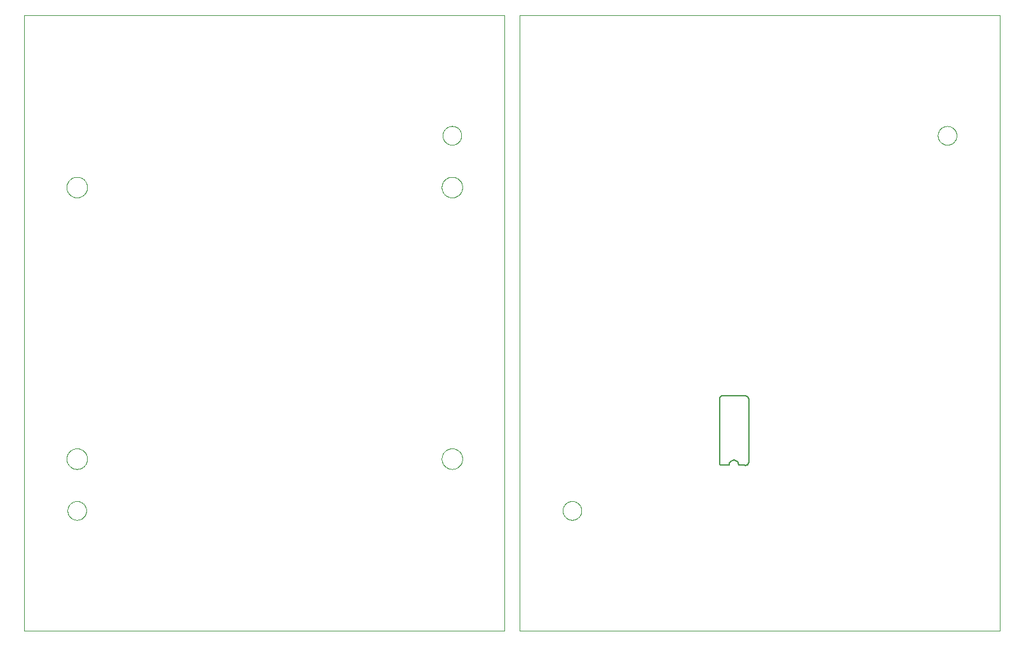
<source format=gbo>
G75*
%MOIN*%
%OFA0B0*%
%FSLAX25Y25*%
%IPPOS*%
%LPD*%
%AMOC8*
5,1,8,0,0,1.08239X$1,22.5*
%
%ADD10C,0.00000*%
%ADD11C,0.00800*%
D10*
X0001300Y0011772D02*
X0001300Y0334606D01*
X0253269Y0334606D01*
X0253269Y0011772D01*
X0001300Y0011772D01*
X0023938Y0074764D02*
X0023940Y0074904D01*
X0023946Y0075044D01*
X0023956Y0075183D01*
X0023970Y0075322D01*
X0023988Y0075461D01*
X0024009Y0075599D01*
X0024035Y0075737D01*
X0024065Y0075874D01*
X0024098Y0076009D01*
X0024136Y0076144D01*
X0024177Y0076278D01*
X0024222Y0076411D01*
X0024270Y0076542D01*
X0024323Y0076671D01*
X0024379Y0076800D01*
X0024438Y0076926D01*
X0024502Y0077051D01*
X0024568Y0077174D01*
X0024639Y0077295D01*
X0024712Y0077414D01*
X0024789Y0077531D01*
X0024870Y0077645D01*
X0024953Y0077757D01*
X0025040Y0077867D01*
X0025130Y0077975D01*
X0025222Y0078079D01*
X0025318Y0078181D01*
X0025417Y0078281D01*
X0025518Y0078377D01*
X0025622Y0078471D01*
X0025729Y0078561D01*
X0025838Y0078648D01*
X0025950Y0078733D01*
X0026064Y0078814D01*
X0026180Y0078892D01*
X0026298Y0078966D01*
X0026419Y0079037D01*
X0026541Y0079105D01*
X0026666Y0079169D01*
X0026792Y0079230D01*
X0026919Y0079287D01*
X0027049Y0079340D01*
X0027180Y0079390D01*
X0027312Y0079435D01*
X0027445Y0079478D01*
X0027580Y0079516D01*
X0027715Y0079550D01*
X0027852Y0079581D01*
X0027989Y0079608D01*
X0028127Y0079630D01*
X0028266Y0079649D01*
X0028405Y0079664D01*
X0028544Y0079675D01*
X0028684Y0079682D01*
X0028824Y0079685D01*
X0028964Y0079684D01*
X0029104Y0079679D01*
X0029243Y0079670D01*
X0029383Y0079657D01*
X0029522Y0079640D01*
X0029660Y0079619D01*
X0029798Y0079595D01*
X0029935Y0079566D01*
X0030071Y0079534D01*
X0030206Y0079497D01*
X0030340Y0079457D01*
X0030473Y0079413D01*
X0030604Y0079365D01*
X0030734Y0079314D01*
X0030863Y0079259D01*
X0030990Y0079200D01*
X0031115Y0079137D01*
X0031238Y0079072D01*
X0031360Y0079002D01*
X0031479Y0078929D01*
X0031597Y0078853D01*
X0031712Y0078774D01*
X0031825Y0078691D01*
X0031935Y0078605D01*
X0032043Y0078516D01*
X0032148Y0078424D01*
X0032251Y0078329D01*
X0032351Y0078231D01*
X0032448Y0078131D01*
X0032542Y0078027D01*
X0032634Y0077921D01*
X0032722Y0077813D01*
X0032807Y0077702D01*
X0032889Y0077588D01*
X0032968Y0077472D01*
X0033043Y0077355D01*
X0033115Y0077235D01*
X0033183Y0077113D01*
X0033248Y0076989D01*
X0033310Y0076863D01*
X0033368Y0076736D01*
X0033422Y0076607D01*
X0033473Y0076476D01*
X0033519Y0076344D01*
X0033562Y0076211D01*
X0033602Y0076077D01*
X0033637Y0075942D01*
X0033669Y0075805D01*
X0033696Y0075668D01*
X0033720Y0075530D01*
X0033740Y0075392D01*
X0033756Y0075253D01*
X0033768Y0075113D01*
X0033776Y0074974D01*
X0033780Y0074834D01*
X0033780Y0074694D01*
X0033776Y0074554D01*
X0033768Y0074415D01*
X0033756Y0074275D01*
X0033740Y0074136D01*
X0033720Y0073998D01*
X0033696Y0073860D01*
X0033669Y0073723D01*
X0033637Y0073586D01*
X0033602Y0073451D01*
X0033562Y0073317D01*
X0033519Y0073184D01*
X0033473Y0073052D01*
X0033422Y0072921D01*
X0033368Y0072792D01*
X0033310Y0072665D01*
X0033248Y0072539D01*
X0033183Y0072415D01*
X0033115Y0072293D01*
X0033043Y0072173D01*
X0032968Y0072056D01*
X0032889Y0071940D01*
X0032807Y0071826D01*
X0032722Y0071715D01*
X0032634Y0071607D01*
X0032542Y0071501D01*
X0032448Y0071397D01*
X0032351Y0071297D01*
X0032251Y0071199D01*
X0032148Y0071104D01*
X0032043Y0071012D01*
X0031935Y0070923D01*
X0031825Y0070837D01*
X0031712Y0070754D01*
X0031597Y0070675D01*
X0031479Y0070599D01*
X0031360Y0070526D01*
X0031238Y0070456D01*
X0031115Y0070391D01*
X0030990Y0070328D01*
X0030863Y0070269D01*
X0030734Y0070214D01*
X0030604Y0070163D01*
X0030473Y0070115D01*
X0030340Y0070071D01*
X0030206Y0070031D01*
X0030071Y0069994D01*
X0029935Y0069962D01*
X0029798Y0069933D01*
X0029660Y0069909D01*
X0029522Y0069888D01*
X0029383Y0069871D01*
X0029243Y0069858D01*
X0029104Y0069849D01*
X0028964Y0069844D01*
X0028824Y0069843D01*
X0028684Y0069846D01*
X0028544Y0069853D01*
X0028405Y0069864D01*
X0028266Y0069879D01*
X0028127Y0069898D01*
X0027989Y0069920D01*
X0027852Y0069947D01*
X0027715Y0069978D01*
X0027580Y0070012D01*
X0027445Y0070050D01*
X0027312Y0070093D01*
X0027180Y0070138D01*
X0027049Y0070188D01*
X0026919Y0070241D01*
X0026792Y0070298D01*
X0026666Y0070359D01*
X0026541Y0070423D01*
X0026419Y0070491D01*
X0026298Y0070562D01*
X0026180Y0070636D01*
X0026064Y0070714D01*
X0025950Y0070795D01*
X0025838Y0070880D01*
X0025729Y0070967D01*
X0025622Y0071057D01*
X0025518Y0071151D01*
X0025417Y0071247D01*
X0025318Y0071347D01*
X0025222Y0071449D01*
X0025130Y0071553D01*
X0025040Y0071661D01*
X0024953Y0071771D01*
X0024870Y0071883D01*
X0024789Y0071997D01*
X0024712Y0072114D01*
X0024639Y0072233D01*
X0024568Y0072354D01*
X0024502Y0072477D01*
X0024438Y0072602D01*
X0024379Y0072728D01*
X0024323Y0072857D01*
X0024270Y0072986D01*
X0024222Y0073117D01*
X0024177Y0073250D01*
X0024136Y0073384D01*
X0024098Y0073519D01*
X0024065Y0073654D01*
X0024035Y0073791D01*
X0024009Y0073929D01*
X0023988Y0074067D01*
X0023970Y0074206D01*
X0023956Y0074345D01*
X0023946Y0074484D01*
X0023940Y0074624D01*
X0023938Y0074764D01*
X0023446Y0101929D02*
X0023448Y0102076D01*
X0023454Y0102222D01*
X0023464Y0102368D01*
X0023478Y0102514D01*
X0023496Y0102660D01*
X0023517Y0102805D01*
X0023543Y0102949D01*
X0023573Y0103093D01*
X0023606Y0103235D01*
X0023643Y0103377D01*
X0023684Y0103518D01*
X0023729Y0103657D01*
X0023778Y0103796D01*
X0023830Y0103933D01*
X0023887Y0104068D01*
X0023946Y0104202D01*
X0024010Y0104334D01*
X0024077Y0104464D01*
X0024147Y0104593D01*
X0024221Y0104720D01*
X0024298Y0104844D01*
X0024379Y0104967D01*
X0024463Y0105087D01*
X0024550Y0105205D01*
X0024640Y0105320D01*
X0024733Y0105433D01*
X0024830Y0105544D01*
X0024929Y0105652D01*
X0025031Y0105757D01*
X0025136Y0105859D01*
X0025244Y0105958D01*
X0025355Y0106055D01*
X0025468Y0106148D01*
X0025583Y0106238D01*
X0025701Y0106325D01*
X0025821Y0106409D01*
X0025944Y0106490D01*
X0026068Y0106567D01*
X0026195Y0106641D01*
X0026324Y0106711D01*
X0026454Y0106778D01*
X0026586Y0106842D01*
X0026720Y0106901D01*
X0026855Y0106958D01*
X0026992Y0107010D01*
X0027131Y0107059D01*
X0027270Y0107104D01*
X0027411Y0107145D01*
X0027553Y0107182D01*
X0027695Y0107215D01*
X0027839Y0107245D01*
X0027983Y0107271D01*
X0028128Y0107292D01*
X0028274Y0107310D01*
X0028420Y0107324D01*
X0028566Y0107334D01*
X0028712Y0107340D01*
X0028859Y0107342D01*
X0029006Y0107340D01*
X0029152Y0107334D01*
X0029298Y0107324D01*
X0029444Y0107310D01*
X0029590Y0107292D01*
X0029735Y0107271D01*
X0029879Y0107245D01*
X0030023Y0107215D01*
X0030165Y0107182D01*
X0030307Y0107145D01*
X0030448Y0107104D01*
X0030587Y0107059D01*
X0030726Y0107010D01*
X0030863Y0106958D01*
X0030998Y0106901D01*
X0031132Y0106842D01*
X0031264Y0106778D01*
X0031394Y0106711D01*
X0031523Y0106641D01*
X0031650Y0106567D01*
X0031774Y0106490D01*
X0031897Y0106409D01*
X0032017Y0106325D01*
X0032135Y0106238D01*
X0032250Y0106148D01*
X0032363Y0106055D01*
X0032474Y0105958D01*
X0032582Y0105859D01*
X0032687Y0105757D01*
X0032789Y0105652D01*
X0032888Y0105544D01*
X0032985Y0105433D01*
X0033078Y0105320D01*
X0033168Y0105205D01*
X0033255Y0105087D01*
X0033339Y0104967D01*
X0033420Y0104844D01*
X0033497Y0104720D01*
X0033571Y0104593D01*
X0033641Y0104464D01*
X0033708Y0104334D01*
X0033772Y0104202D01*
X0033831Y0104068D01*
X0033888Y0103933D01*
X0033940Y0103796D01*
X0033989Y0103657D01*
X0034034Y0103518D01*
X0034075Y0103377D01*
X0034112Y0103235D01*
X0034145Y0103093D01*
X0034175Y0102949D01*
X0034201Y0102805D01*
X0034222Y0102660D01*
X0034240Y0102514D01*
X0034254Y0102368D01*
X0034264Y0102222D01*
X0034270Y0102076D01*
X0034272Y0101929D01*
X0034270Y0101782D01*
X0034264Y0101636D01*
X0034254Y0101490D01*
X0034240Y0101344D01*
X0034222Y0101198D01*
X0034201Y0101053D01*
X0034175Y0100909D01*
X0034145Y0100765D01*
X0034112Y0100623D01*
X0034075Y0100481D01*
X0034034Y0100340D01*
X0033989Y0100201D01*
X0033940Y0100062D01*
X0033888Y0099925D01*
X0033831Y0099790D01*
X0033772Y0099656D01*
X0033708Y0099524D01*
X0033641Y0099394D01*
X0033571Y0099265D01*
X0033497Y0099138D01*
X0033420Y0099014D01*
X0033339Y0098891D01*
X0033255Y0098771D01*
X0033168Y0098653D01*
X0033078Y0098538D01*
X0032985Y0098425D01*
X0032888Y0098314D01*
X0032789Y0098206D01*
X0032687Y0098101D01*
X0032582Y0097999D01*
X0032474Y0097900D01*
X0032363Y0097803D01*
X0032250Y0097710D01*
X0032135Y0097620D01*
X0032017Y0097533D01*
X0031897Y0097449D01*
X0031774Y0097368D01*
X0031650Y0097291D01*
X0031523Y0097217D01*
X0031394Y0097147D01*
X0031264Y0097080D01*
X0031132Y0097016D01*
X0030998Y0096957D01*
X0030863Y0096900D01*
X0030726Y0096848D01*
X0030587Y0096799D01*
X0030448Y0096754D01*
X0030307Y0096713D01*
X0030165Y0096676D01*
X0030023Y0096643D01*
X0029879Y0096613D01*
X0029735Y0096587D01*
X0029590Y0096566D01*
X0029444Y0096548D01*
X0029298Y0096534D01*
X0029152Y0096524D01*
X0029006Y0096518D01*
X0028859Y0096516D01*
X0028712Y0096518D01*
X0028566Y0096524D01*
X0028420Y0096534D01*
X0028274Y0096548D01*
X0028128Y0096566D01*
X0027983Y0096587D01*
X0027839Y0096613D01*
X0027695Y0096643D01*
X0027553Y0096676D01*
X0027411Y0096713D01*
X0027270Y0096754D01*
X0027131Y0096799D01*
X0026992Y0096848D01*
X0026855Y0096900D01*
X0026720Y0096957D01*
X0026586Y0097016D01*
X0026454Y0097080D01*
X0026324Y0097147D01*
X0026195Y0097217D01*
X0026068Y0097291D01*
X0025944Y0097368D01*
X0025821Y0097449D01*
X0025701Y0097533D01*
X0025583Y0097620D01*
X0025468Y0097710D01*
X0025355Y0097803D01*
X0025244Y0097900D01*
X0025136Y0097999D01*
X0025031Y0098101D01*
X0024929Y0098206D01*
X0024830Y0098314D01*
X0024733Y0098425D01*
X0024640Y0098538D01*
X0024550Y0098653D01*
X0024463Y0098771D01*
X0024379Y0098891D01*
X0024298Y0099014D01*
X0024221Y0099138D01*
X0024147Y0099265D01*
X0024077Y0099394D01*
X0024010Y0099524D01*
X0023946Y0099656D01*
X0023887Y0099790D01*
X0023830Y0099925D01*
X0023778Y0100062D01*
X0023729Y0100201D01*
X0023684Y0100340D01*
X0023643Y0100481D01*
X0023606Y0100623D01*
X0023573Y0100765D01*
X0023543Y0100909D01*
X0023517Y0101053D01*
X0023496Y0101198D01*
X0023478Y0101344D01*
X0023464Y0101490D01*
X0023454Y0101636D01*
X0023448Y0101782D01*
X0023446Y0101929D01*
X0220296Y0101929D02*
X0220298Y0102076D01*
X0220304Y0102222D01*
X0220314Y0102368D01*
X0220328Y0102514D01*
X0220346Y0102660D01*
X0220367Y0102805D01*
X0220393Y0102949D01*
X0220423Y0103093D01*
X0220456Y0103235D01*
X0220493Y0103377D01*
X0220534Y0103518D01*
X0220579Y0103657D01*
X0220628Y0103796D01*
X0220680Y0103933D01*
X0220737Y0104068D01*
X0220796Y0104202D01*
X0220860Y0104334D01*
X0220927Y0104464D01*
X0220997Y0104593D01*
X0221071Y0104720D01*
X0221148Y0104844D01*
X0221229Y0104967D01*
X0221313Y0105087D01*
X0221400Y0105205D01*
X0221490Y0105320D01*
X0221583Y0105433D01*
X0221680Y0105544D01*
X0221779Y0105652D01*
X0221881Y0105757D01*
X0221986Y0105859D01*
X0222094Y0105958D01*
X0222205Y0106055D01*
X0222318Y0106148D01*
X0222433Y0106238D01*
X0222551Y0106325D01*
X0222671Y0106409D01*
X0222794Y0106490D01*
X0222918Y0106567D01*
X0223045Y0106641D01*
X0223174Y0106711D01*
X0223304Y0106778D01*
X0223436Y0106842D01*
X0223570Y0106901D01*
X0223705Y0106958D01*
X0223842Y0107010D01*
X0223981Y0107059D01*
X0224120Y0107104D01*
X0224261Y0107145D01*
X0224403Y0107182D01*
X0224545Y0107215D01*
X0224689Y0107245D01*
X0224833Y0107271D01*
X0224978Y0107292D01*
X0225124Y0107310D01*
X0225270Y0107324D01*
X0225416Y0107334D01*
X0225562Y0107340D01*
X0225709Y0107342D01*
X0225856Y0107340D01*
X0226002Y0107334D01*
X0226148Y0107324D01*
X0226294Y0107310D01*
X0226440Y0107292D01*
X0226585Y0107271D01*
X0226729Y0107245D01*
X0226873Y0107215D01*
X0227015Y0107182D01*
X0227157Y0107145D01*
X0227298Y0107104D01*
X0227437Y0107059D01*
X0227576Y0107010D01*
X0227713Y0106958D01*
X0227848Y0106901D01*
X0227982Y0106842D01*
X0228114Y0106778D01*
X0228244Y0106711D01*
X0228373Y0106641D01*
X0228500Y0106567D01*
X0228624Y0106490D01*
X0228747Y0106409D01*
X0228867Y0106325D01*
X0228985Y0106238D01*
X0229100Y0106148D01*
X0229213Y0106055D01*
X0229324Y0105958D01*
X0229432Y0105859D01*
X0229537Y0105757D01*
X0229639Y0105652D01*
X0229738Y0105544D01*
X0229835Y0105433D01*
X0229928Y0105320D01*
X0230018Y0105205D01*
X0230105Y0105087D01*
X0230189Y0104967D01*
X0230270Y0104844D01*
X0230347Y0104720D01*
X0230421Y0104593D01*
X0230491Y0104464D01*
X0230558Y0104334D01*
X0230622Y0104202D01*
X0230681Y0104068D01*
X0230738Y0103933D01*
X0230790Y0103796D01*
X0230839Y0103657D01*
X0230884Y0103518D01*
X0230925Y0103377D01*
X0230962Y0103235D01*
X0230995Y0103093D01*
X0231025Y0102949D01*
X0231051Y0102805D01*
X0231072Y0102660D01*
X0231090Y0102514D01*
X0231104Y0102368D01*
X0231114Y0102222D01*
X0231120Y0102076D01*
X0231122Y0101929D01*
X0231120Y0101782D01*
X0231114Y0101636D01*
X0231104Y0101490D01*
X0231090Y0101344D01*
X0231072Y0101198D01*
X0231051Y0101053D01*
X0231025Y0100909D01*
X0230995Y0100765D01*
X0230962Y0100623D01*
X0230925Y0100481D01*
X0230884Y0100340D01*
X0230839Y0100201D01*
X0230790Y0100062D01*
X0230738Y0099925D01*
X0230681Y0099790D01*
X0230622Y0099656D01*
X0230558Y0099524D01*
X0230491Y0099394D01*
X0230421Y0099265D01*
X0230347Y0099138D01*
X0230270Y0099014D01*
X0230189Y0098891D01*
X0230105Y0098771D01*
X0230018Y0098653D01*
X0229928Y0098538D01*
X0229835Y0098425D01*
X0229738Y0098314D01*
X0229639Y0098206D01*
X0229537Y0098101D01*
X0229432Y0097999D01*
X0229324Y0097900D01*
X0229213Y0097803D01*
X0229100Y0097710D01*
X0228985Y0097620D01*
X0228867Y0097533D01*
X0228747Y0097449D01*
X0228624Y0097368D01*
X0228500Y0097291D01*
X0228373Y0097217D01*
X0228244Y0097147D01*
X0228114Y0097080D01*
X0227982Y0097016D01*
X0227848Y0096957D01*
X0227713Y0096900D01*
X0227576Y0096848D01*
X0227437Y0096799D01*
X0227298Y0096754D01*
X0227157Y0096713D01*
X0227015Y0096676D01*
X0226873Y0096643D01*
X0226729Y0096613D01*
X0226585Y0096587D01*
X0226440Y0096566D01*
X0226294Y0096548D01*
X0226148Y0096534D01*
X0226002Y0096524D01*
X0225856Y0096518D01*
X0225709Y0096516D01*
X0225562Y0096518D01*
X0225416Y0096524D01*
X0225270Y0096534D01*
X0225124Y0096548D01*
X0224978Y0096566D01*
X0224833Y0096587D01*
X0224689Y0096613D01*
X0224545Y0096643D01*
X0224403Y0096676D01*
X0224261Y0096713D01*
X0224120Y0096754D01*
X0223981Y0096799D01*
X0223842Y0096848D01*
X0223705Y0096900D01*
X0223570Y0096957D01*
X0223436Y0097016D01*
X0223304Y0097080D01*
X0223174Y0097147D01*
X0223045Y0097217D01*
X0222918Y0097291D01*
X0222794Y0097368D01*
X0222671Y0097449D01*
X0222551Y0097533D01*
X0222433Y0097620D01*
X0222318Y0097710D01*
X0222205Y0097803D01*
X0222094Y0097900D01*
X0221986Y0097999D01*
X0221881Y0098101D01*
X0221779Y0098206D01*
X0221680Y0098314D01*
X0221583Y0098425D01*
X0221490Y0098538D01*
X0221400Y0098653D01*
X0221313Y0098771D01*
X0221229Y0098891D01*
X0221148Y0099014D01*
X0221071Y0099138D01*
X0220997Y0099265D01*
X0220927Y0099394D01*
X0220860Y0099524D01*
X0220796Y0099656D01*
X0220737Y0099790D01*
X0220680Y0099925D01*
X0220628Y0100062D01*
X0220579Y0100201D01*
X0220534Y0100340D01*
X0220493Y0100481D01*
X0220456Y0100623D01*
X0220423Y0100765D01*
X0220393Y0100909D01*
X0220367Y0101053D01*
X0220346Y0101198D01*
X0220328Y0101344D01*
X0220314Y0101490D01*
X0220304Y0101636D01*
X0220298Y0101782D01*
X0220296Y0101929D01*
X0283781Y0074764D02*
X0283783Y0074904D01*
X0283789Y0075044D01*
X0283799Y0075183D01*
X0283813Y0075322D01*
X0283831Y0075461D01*
X0283852Y0075599D01*
X0283878Y0075737D01*
X0283908Y0075874D01*
X0283941Y0076009D01*
X0283979Y0076144D01*
X0284020Y0076278D01*
X0284065Y0076411D01*
X0284113Y0076542D01*
X0284166Y0076671D01*
X0284222Y0076800D01*
X0284281Y0076926D01*
X0284345Y0077051D01*
X0284411Y0077174D01*
X0284482Y0077295D01*
X0284555Y0077414D01*
X0284632Y0077531D01*
X0284713Y0077645D01*
X0284796Y0077757D01*
X0284883Y0077867D01*
X0284973Y0077975D01*
X0285065Y0078079D01*
X0285161Y0078181D01*
X0285260Y0078281D01*
X0285361Y0078377D01*
X0285465Y0078471D01*
X0285572Y0078561D01*
X0285681Y0078648D01*
X0285793Y0078733D01*
X0285907Y0078814D01*
X0286023Y0078892D01*
X0286141Y0078966D01*
X0286262Y0079037D01*
X0286384Y0079105D01*
X0286509Y0079169D01*
X0286635Y0079230D01*
X0286762Y0079287D01*
X0286892Y0079340D01*
X0287023Y0079390D01*
X0287155Y0079435D01*
X0287288Y0079478D01*
X0287423Y0079516D01*
X0287558Y0079550D01*
X0287695Y0079581D01*
X0287832Y0079608D01*
X0287970Y0079630D01*
X0288109Y0079649D01*
X0288248Y0079664D01*
X0288387Y0079675D01*
X0288527Y0079682D01*
X0288667Y0079685D01*
X0288807Y0079684D01*
X0288947Y0079679D01*
X0289086Y0079670D01*
X0289226Y0079657D01*
X0289365Y0079640D01*
X0289503Y0079619D01*
X0289641Y0079595D01*
X0289778Y0079566D01*
X0289914Y0079534D01*
X0290049Y0079497D01*
X0290183Y0079457D01*
X0290316Y0079413D01*
X0290447Y0079365D01*
X0290577Y0079314D01*
X0290706Y0079259D01*
X0290833Y0079200D01*
X0290958Y0079137D01*
X0291081Y0079072D01*
X0291203Y0079002D01*
X0291322Y0078929D01*
X0291440Y0078853D01*
X0291555Y0078774D01*
X0291668Y0078691D01*
X0291778Y0078605D01*
X0291886Y0078516D01*
X0291991Y0078424D01*
X0292094Y0078329D01*
X0292194Y0078231D01*
X0292291Y0078131D01*
X0292385Y0078027D01*
X0292477Y0077921D01*
X0292565Y0077813D01*
X0292650Y0077702D01*
X0292732Y0077588D01*
X0292811Y0077472D01*
X0292886Y0077355D01*
X0292958Y0077235D01*
X0293026Y0077113D01*
X0293091Y0076989D01*
X0293153Y0076863D01*
X0293211Y0076736D01*
X0293265Y0076607D01*
X0293316Y0076476D01*
X0293362Y0076344D01*
X0293405Y0076211D01*
X0293445Y0076077D01*
X0293480Y0075942D01*
X0293512Y0075805D01*
X0293539Y0075668D01*
X0293563Y0075530D01*
X0293583Y0075392D01*
X0293599Y0075253D01*
X0293611Y0075113D01*
X0293619Y0074974D01*
X0293623Y0074834D01*
X0293623Y0074694D01*
X0293619Y0074554D01*
X0293611Y0074415D01*
X0293599Y0074275D01*
X0293583Y0074136D01*
X0293563Y0073998D01*
X0293539Y0073860D01*
X0293512Y0073723D01*
X0293480Y0073586D01*
X0293445Y0073451D01*
X0293405Y0073317D01*
X0293362Y0073184D01*
X0293316Y0073052D01*
X0293265Y0072921D01*
X0293211Y0072792D01*
X0293153Y0072665D01*
X0293091Y0072539D01*
X0293026Y0072415D01*
X0292958Y0072293D01*
X0292886Y0072173D01*
X0292811Y0072056D01*
X0292732Y0071940D01*
X0292650Y0071826D01*
X0292565Y0071715D01*
X0292477Y0071607D01*
X0292385Y0071501D01*
X0292291Y0071397D01*
X0292194Y0071297D01*
X0292094Y0071199D01*
X0291991Y0071104D01*
X0291886Y0071012D01*
X0291778Y0070923D01*
X0291668Y0070837D01*
X0291555Y0070754D01*
X0291440Y0070675D01*
X0291322Y0070599D01*
X0291203Y0070526D01*
X0291081Y0070456D01*
X0290958Y0070391D01*
X0290833Y0070328D01*
X0290706Y0070269D01*
X0290577Y0070214D01*
X0290447Y0070163D01*
X0290316Y0070115D01*
X0290183Y0070071D01*
X0290049Y0070031D01*
X0289914Y0069994D01*
X0289778Y0069962D01*
X0289641Y0069933D01*
X0289503Y0069909D01*
X0289365Y0069888D01*
X0289226Y0069871D01*
X0289086Y0069858D01*
X0288947Y0069849D01*
X0288807Y0069844D01*
X0288667Y0069843D01*
X0288527Y0069846D01*
X0288387Y0069853D01*
X0288248Y0069864D01*
X0288109Y0069879D01*
X0287970Y0069898D01*
X0287832Y0069920D01*
X0287695Y0069947D01*
X0287558Y0069978D01*
X0287423Y0070012D01*
X0287288Y0070050D01*
X0287155Y0070093D01*
X0287023Y0070138D01*
X0286892Y0070188D01*
X0286762Y0070241D01*
X0286635Y0070298D01*
X0286509Y0070359D01*
X0286384Y0070423D01*
X0286262Y0070491D01*
X0286141Y0070562D01*
X0286023Y0070636D01*
X0285907Y0070714D01*
X0285793Y0070795D01*
X0285681Y0070880D01*
X0285572Y0070967D01*
X0285465Y0071057D01*
X0285361Y0071151D01*
X0285260Y0071247D01*
X0285161Y0071347D01*
X0285065Y0071449D01*
X0284973Y0071553D01*
X0284883Y0071661D01*
X0284796Y0071771D01*
X0284713Y0071883D01*
X0284632Y0071997D01*
X0284555Y0072114D01*
X0284482Y0072233D01*
X0284411Y0072354D01*
X0284345Y0072477D01*
X0284281Y0072602D01*
X0284222Y0072728D01*
X0284166Y0072857D01*
X0284113Y0072986D01*
X0284065Y0073117D01*
X0284020Y0073250D01*
X0283979Y0073384D01*
X0283941Y0073519D01*
X0283908Y0073654D01*
X0283878Y0073791D01*
X0283852Y0073929D01*
X0283831Y0074067D01*
X0283813Y0074206D01*
X0283799Y0074345D01*
X0283789Y0074484D01*
X0283783Y0074624D01*
X0283781Y0074764D01*
X0261143Y0011772D02*
X0261143Y0334606D01*
X0513111Y0334606D01*
X0513111Y0011772D01*
X0261143Y0011772D01*
X0220296Y0244449D02*
X0220298Y0244596D01*
X0220304Y0244742D01*
X0220314Y0244888D01*
X0220328Y0245034D01*
X0220346Y0245180D01*
X0220367Y0245325D01*
X0220393Y0245469D01*
X0220423Y0245613D01*
X0220456Y0245755D01*
X0220493Y0245897D01*
X0220534Y0246038D01*
X0220579Y0246177D01*
X0220628Y0246316D01*
X0220680Y0246453D01*
X0220737Y0246588D01*
X0220796Y0246722D01*
X0220860Y0246854D01*
X0220927Y0246984D01*
X0220997Y0247113D01*
X0221071Y0247240D01*
X0221148Y0247364D01*
X0221229Y0247487D01*
X0221313Y0247607D01*
X0221400Y0247725D01*
X0221490Y0247840D01*
X0221583Y0247953D01*
X0221680Y0248064D01*
X0221779Y0248172D01*
X0221881Y0248277D01*
X0221986Y0248379D01*
X0222094Y0248478D01*
X0222205Y0248575D01*
X0222318Y0248668D01*
X0222433Y0248758D01*
X0222551Y0248845D01*
X0222671Y0248929D01*
X0222794Y0249010D01*
X0222918Y0249087D01*
X0223045Y0249161D01*
X0223174Y0249231D01*
X0223304Y0249298D01*
X0223436Y0249362D01*
X0223570Y0249421D01*
X0223705Y0249478D01*
X0223842Y0249530D01*
X0223981Y0249579D01*
X0224120Y0249624D01*
X0224261Y0249665D01*
X0224403Y0249702D01*
X0224545Y0249735D01*
X0224689Y0249765D01*
X0224833Y0249791D01*
X0224978Y0249812D01*
X0225124Y0249830D01*
X0225270Y0249844D01*
X0225416Y0249854D01*
X0225562Y0249860D01*
X0225709Y0249862D01*
X0225856Y0249860D01*
X0226002Y0249854D01*
X0226148Y0249844D01*
X0226294Y0249830D01*
X0226440Y0249812D01*
X0226585Y0249791D01*
X0226729Y0249765D01*
X0226873Y0249735D01*
X0227015Y0249702D01*
X0227157Y0249665D01*
X0227298Y0249624D01*
X0227437Y0249579D01*
X0227576Y0249530D01*
X0227713Y0249478D01*
X0227848Y0249421D01*
X0227982Y0249362D01*
X0228114Y0249298D01*
X0228244Y0249231D01*
X0228373Y0249161D01*
X0228500Y0249087D01*
X0228624Y0249010D01*
X0228747Y0248929D01*
X0228867Y0248845D01*
X0228985Y0248758D01*
X0229100Y0248668D01*
X0229213Y0248575D01*
X0229324Y0248478D01*
X0229432Y0248379D01*
X0229537Y0248277D01*
X0229639Y0248172D01*
X0229738Y0248064D01*
X0229835Y0247953D01*
X0229928Y0247840D01*
X0230018Y0247725D01*
X0230105Y0247607D01*
X0230189Y0247487D01*
X0230270Y0247364D01*
X0230347Y0247240D01*
X0230421Y0247113D01*
X0230491Y0246984D01*
X0230558Y0246854D01*
X0230622Y0246722D01*
X0230681Y0246588D01*
X0230738Y0246453D01*
X0230790Y0246316D01*
X0230839Y0246177D01*
X0230884Y0246038D01*
X0230925Y0245897D01*
X0230962Y0245755D01*
X0230995Y0245613D01*
X0231025Y0245469D01*
X0231051Y0245325D01*
X0231072Y0245180D01*
X0231090Y0245034D01*
X0231104Y0244888D01*
X0231114Y0244742D01*
X0231120Y0244596D01*
X0231122Y0244449D01*
X0231120Y0244302D01*
X0231114Y0244156D01*
X0231104Y0244010D01*
X0231090Y0243864D01*
X0231072Y0243718D01*
X0231051Y0243573D01*
X0231025Y0243429D01*
X0230995Y0243285D01*
X0230962Y0243143D01*
X0230925Y0243001D01*
X0230884Y0242860D01*
X0230839Y0242721D01*
X0230790Y0242582D01*
X0230738Y0242445D01*
X0230681Y0242310D01*
X0230622Y0242176D01*
X0230558Y0242044D01*
X0230491Y0241914D01*
X0230421Y0241785D01*
X0230347Y0241658D01*
X0230270Y0241534D01*
X0230189Y0241411D01*
X0230105Y0241291D01*
X0230018Y0241173D01*
X0229928Y0241058D01*
X0229835Y0240945D01*
X0229738Y0240834D01*
X0229639Y0240726D01*
X0229537Y0240621D01*
X0229432Y0240519D01*
X0229324Y0240420D01*
X0229213Y0240323D01*
X0229100Y0240230D01*
X0228985Y0240140D01*
X0228867Y0240053D01*
X0228747Y0239969D01*
X0228624Y0239888D01*
X0228500Y0239811D01*
X0228373Y0239737D01*
X0228244Y0239667D01*
X0228114Y0239600D01*
X0227982Y0239536D01*
X0227848Y0239477D01*
X0227713Y0239420D01*
X0227576Y0239368D01*
X0227437Y0239319D01*
X0227298Y0239274D01*
X0227157Y0239233D01*
X0227015Y0239196D01*
X0226873Y0239163D01*
X0226729Y0239133D01*
X0226585Y0239107D01*
X0226440Y0239086D01*
X0226294Y0239068D01*
X0226148Y0239054D01*
X0226002Y0239044D01*
X0225856Y0239038D01*
X0225709Y0239036D01*
X0225562Y0239038D01*
X0225416Y0239044D01*
X0225270Y0239054D01*
X0225124Y0239068D01*
X0224978Y0239086D01*
X0224833Y0239107D01*
X0224689Y0239133D01*
X0224545Y0239163D01*
X0224403Y0239196D01*
X0224261Y0239233D01*
X0224120Y0239274D01*
X0223981Y0239319D01*
X0223842Y0239368D01*
X0223705Y0239420D01*
X0223570Y0239477D01*
X0223436Y0239536D01*
X0223304Y0239600D01*
X0223174Y0239667D01*
X0223045Y0239737D01*
X0222918Y0239811D01*
X0222794Y0239888D01*
X0222671Y0239969D01*
X0222551Y0240053D01*
X0222433Y0240140D01*
X0222318Y0240230D01*
X0222205Y0240323D01*
X0222094Y0240420D01*
X0221986Y0240519D01*
X0221881Y0240621D01*
X0221779Y0240726D01*
X0221680Y0240834D01*
X0221583Y0240945D01*
X0221490Y0241058D01*
X0221400Y0241173D01*
X0221313Y0241291D01*
X0221229Y0241411D01*
X0221148Y0241534D01*
X0221071Y0241658D01*
X0220997Y0241785D01*
X0220927Y0241914D01*
X0220860Y0242044D01*
X0220796Y0242176D01*
X0220737Y0242310D01*
X0220680Y0242445D01*
X0220628Y0242582D01*
X0220579Y0242721D01*
X0220534Y0242860D01*
X0220493Y0243001D01*
X0220456Y0243143D01*
X0220423Y0243285D01*
X0220393Y0243429D01*
X0220367Y0243573D01*
X0220346Y0243718D01*
X0220328Y0243864D01*
X0220314Y0244010D01*
X0220304Y0244156D01*
X0220298Y0244302D01*
X0220296Y0244449D01*
X0220788Y0271614D02*
X0220790Y0271754D01*
X0220796Y0271894D01*
X0220806Y0272033D01*
X0220820Y0272172D01*
X0220838Y0272311D01*
X0220859Y0272449D01*
X0220885Y0272587D01*
X0220915Y0272724D01*
X0220948Y0272859D01*
X0220986Y0272994D01*
X0221027Y0273128D01*
X0221072Y0273261D01*
X0221120Y0273392D01*
X0221173Y0273521D01*
X0221229Y0273650D01*
X0221288Y0273776D01*
X0221352Y0273901D01*
X0221418Y0274024D01*
X0221489Y0274145D01*
X0221562Y0274264D01*
X0221639Y0274381D01*
X0221720Y0274495D01*
X0221803Y0274607D01*
X0221890Y0274717D01*
X0221980Y0274825D01*
X0222072Y0274929D01*
X0222168Y0275031D01*
X0222267Y0275131D01*
X0222368Y0275227D01*
X0222472Y0275321D01*
X0222579Y0275411D01*
X0222688Y0275498D01*
X0222800Y0275583D01*
X0222914Y0275664D01*
X0223030Y0275742D01*
X0223148Y0275816D01*
X0223269Y0275887D01*
X0223391Y0275955D01*
X0223516Y0276019D01*
X0223642Y0276080D01*
X0223769Y0276137D01*
X0223899Y0276190D01*
X0224030Y0276240D01*
X0224162Y0276285D01*
X0224295Y0276328D01*
X0224430Y0276366D01*
X0224565Y0276400D01*
X0224702Y0276431D01*
X0224839Y0276458D01*
X0224977Y0276480D01*
X0225116Y0276499D01*
X0225255Y0276514D01*
X0225394Y0276525D01*
X0225534Y0276532D01*
X0225674Y0276535D01*
X0225814Y0276534D01*
X0225954Y0276529D01*
X0226093Y0276520D01*
X0226233Y0276507D01*
X0226372Y0276490D01*
X0226510Y0276469D01*
X0226648Y0276445D01*
X0226785Y0276416D01*
X0226921Y0276384D01*
X0227056Y0276347D01*
X0227190Y0276307D01*
X0227323Y0276263D01*
X0227454Y0276215D01*
X0227584Y0276164D01*
X0227713Y0276109D01*
X0227840Y0276050D01*
X0227965Y0275987D01*
X0228088Y0275922D01*
X0228210Y0275852D01*
X0228329Y0275779D01*
X0228447Y0275703D01*
X0228562Y0275624D01*
X0228675Y0275541D01*
X0228785Y0275455D01*
X0228893Y0275366D01*
X0228998Y0275274D01*
X0229101Y0275179D01*
X0229201Y0275081D01*
X0229298Y0274981D01*
X0229392Y0274877D01*
X0229484Y0274771D01*
X0229572Y0274663D01*
X0229657Y0274552D01*
X0229739Y0274438D01*
X0229818Y0274322D01*
X0229893Y0274205D01*
X0229965Y0274085D01*
X0230033Y0273963D01*
X0230098Y0273839D01*
X0230160Y0273713D01*
X0230218Y0273586D01*
X0230272Y0273457D01*
X0230323Y0273326D01*
X0230369Y0273194D01*
X0230412Y0273061D01*
X0230452Y0272927D01*
X0230487Y0272792D01*
X0230519Y0272655D01*
X0230546Y0272518D01*
X0230570Y0272380D01*
X0230590Y0272242D01*
X0230606Y0272103D01*
X0230618Y0271963D01*
X0230626Y0271824D01*
X0230630Y0271684D01*
X0230630Y0271544D01*
X0230626Y0271404D01*
X0230618Y0271265D01*
X0230606Y0271125D01*
X0230590Y0270986D01*
X0230570Y0270848D01*
X0230546Y0270710D01*
X0230519Y0270573D01*
X0230487Y0270436D01*
X0230452Y0270301D01*
X0230412Y0270167D01*
X0230369Y0270034D01*
X0230323Y0269902D01*
X0230272Y0269771D01*
X0230218Y0269642D01*
X0230160Y0269515D01*
X0230098Y0269389D01*
X0230033Y0269265D01*
X0229965Y0269143D01*
X0229893Y0269023D01*
X0229818Y0268906D01*
X0229739Y0268790D01*
X0229657Y0268676D01*
X0229572Y0268565D01*
X0229484Y0268457D01*
X0229392Y0268351D01*
X0229298Y0268247D01*
X0229201Y0268147D01*
X0229101Y0268049D01*
X0228998Y0267954D01*
X0228893Y0267862D01*
X0228785Y0267773D01*
X0228675Y0267687D01*
X0228562Y0267604D01*
X0228447Y0267525D01*
X0228329Y0267449D01*
X0228210Y0267376D01*
X0228088Y0267306D01*
X0227965Y0267241D01*
X0227840Y0267178D01*
X0227713Y0267119D01*
X0227584Y0267064D01*
X0227454Y0267013D01*
X0227323Y0266965D01*
X0227190Y0266921D01*
X0227056Y0266881D01*
X0226921Y0266844D01*
X0226785Y0266812D01*
X0226648Y0266783D01*
X0226510Y0266759D01*
X0226372Y0266738D01*
X0226233Y0266721D01*
X0226093Y0266708D01*
X0225954Y0266699D01*
X0225814Y0266694D01*
X0225674Y0266693D01*
X0225534Y0266696D01*
X0225394Y0266703D01*
X0225255Y0266714D01*
X0225116Y0266729D01*
X0224977Y0266748D01*
X0224839Y0266770D01*
X0224702Y0266797D01*
X0224565Y0266828D01*
X0224430Y0266862D01*
X0224295Y0266900D01*
X0224162Y0266943D01*
X0224030Y0266988D01*
X0223899Y0267038D01*
X0223769Y0267091D01*
X0223642Y0267148D01*
X0223516Y0267209D01*
X0223391Y0267273D01*
X0223269Y0267341D01*
X0223148Y0267412D01*
X0223030Y0267486D01*
X0222914Y0267564D01*
X0222800Y0267645D01*
X0222688Y0267730D01*
X0222579Y0267817D01*
X0222472Y0267907D01*
X0222368Y0268001D01*
X0222267Y0268097D01*
X0222168Y0268197D01*
X0222072Y0268299D01*
X0221980Y0268403D01*
X0221890Y0268511D01*
X0221803Y0268621D01*
X0221720Y0268733D01*
X0221639Y0268847D01*
X0221562Y0268964D01*
X0221489Y0269083D01*
X0221418Y0269204D01*
X0221352Y0269327D01*
X0221288Y0269452D01*
X0221229Y0269578D01*
X0221173Y0269707D01*
X0221120Y0269836D01*
X0221072Y0269967D01*
X0221027Y0270100D01*
X0220986Y0270234D01*
X0220948Y0270369D01*
X0220915Y0270504D01*
X0220885Y0270641D01*
X0220859Y0270779D01*
X0220838Y0270917D01*
X0220820Y0271056D01*
X0220806Y0271195D01*
X0220796Y0271334D01*
X0220790Y0271474D01*
X0220788Y0271614D01*
X0023446Y0244449D02*
X0023448Y0244596D01*
X0023454Y0244742D01*
X0023464Y0244888D01*
X0023478Y0245034D01*
X0023496Y0245180D01*
X0023517Y0245325D01*
X0023543Y0245469D01*
X0023573Y0245613D01*
X0023606Y0245755D01*
X0023643Y0245897D01*
X0023684Y0246038D01*
X0023729Y0246177D01*
X0023778Y0246316D01*
X0023830Y0246453D01*
X0023887Y0246588D01*
X0023946Y0246722D01*
X0024010Y0246854D01*
X0024077Y0246984D01*
X0024147Y0247113D01*
X0024221Y0247240D01*
X0024298Y0247364D01*
X0024379Y0247487D01*
X0024463Y0247607D01*
X0024550Y0247725D01*
X0024640Y0247840D01*
X0024733Y0247953D01*
X0024830Y0248064D01*
X0024929Y0248172D01*
X0025031Y0248277D01*
X0025136Y0248379D01*
X0025244Y0248478D01*
X0025355Y0248575D01*
X0025468Y0248668D01*
X0025583Y0248758D01*
X0025701Y0248845D01*
X0025821Y0248929D01*
X0025944Y0249010D01*
X0026068Y0249087D01*
X0026195Y0249161D01*
X0026324Y0249231D01*
X0026454Y0249298D01*
X0026586Y0249362D01*
X0026720Y0249421D01*
X0026855Y0249478D01*
X0026992Y0249530D01*
X0027131Y0249579D01*
X0027270Y0249624D01*
X0027411Y0249665D01*
X0027553Y0249702D01*
X0027695Y0249735D01*
X0027839Y0249765D01*
X0027983Y0249791D01*
X0028128Y0249812D01*
X0028274Y0249830D01*
X0028420Y0249844D01*
X0028566Y0249854D01*
X0028712Y0249860D01*
X0028859Y0249862D01*
X0029006Y0249860D01*
X0029152Y0249854D01*
X0029298Y0249844D01*
X0029444Y0249830D01*
X0029590Y0249812D01*
X0029735Y0249791D01*
X0029879Y0249765D01*
X0030023Y0249735D01*
X0030165Y0249702D01*
X0030307Y0249665D01*
X0030448Y0249624D01*
X0030587Y0249579D01*
X0030726Y0249530D01*
X0030863Y0249478D01*
X0030998Y0249421D01*
X0031132Y0249362D01*
X0031264Y0249298D01*
X0031394Y0249231D01*
X0031523Y0249161D01*
X0031650Y0249087D01*
X0031774Y0249010D01*
X0031897Y0248929D01*
X0032017Y0248845D01*
X0032135Y0248758D01*
X0032250Y0248668D01*
X0032363Y0248575D01*
X0032474Y0248478D01*
X0032582Y0248379D01*
X0032687Y0248277D01*
X0032789Y0248172D01*
X0032888Y0248064D01*
X0032985Y0247953D01*
X0033078Y0247840D01*
X0033168Y0247725D01*
X0033255Y0247607D01*
X0033339Y0247487D01*
X0033420Y0247364D01*
X0033497Y0247240D01*
X0033571Y0247113D01*
X0033641Y0246984D01*
X0033708Y0246854D01*
X0033772Y0246722D01*
X0033831Y0246588D01*
X0033888Y0246453D01*
X0033940Y0246316D01*
X0033989Y0246177D01*
X0034034Y0246038D01*
X0034075Y0245897D01*
X0034112Y0245755D01*
X0034145Y0245613D01*
X0034175Y0245469D01*
X0034201Y0245325D01*
X0034222Y0245180D01*
X0034240Y0245034D01*
X0034254Y0244888D01*
X0034264Y0244742D01*
X0034270Y0244596D01*
X0034272Y0244449D01*
X0034270Y0244302D01*
X0034264Y0244156D01*
X0034254Y0244010D01*
X0034240Y0243864D01*
X0034222Y0243718D01*
X0034201Y0243573D01*
X0034175Y0243429D01*
X0034145Y0243285D01*
X0034112Y0243143D01*
X0034075Y0243001D01*
X0034034Y0242860D01*
X0033989Y0242721D01*
X0033940Y0242582D01*
X0033888Y0242445D01*
X0033831Y0242310D01*
X0033772Y0242176D01*
X0033708Y0242044D01*
X0033641Y0241914D01*
X0033571Y0241785D01*
X0033497Y0241658D01*
X0033420Y0241534D01*
X0033339Y0241411D01*
X0033255Y0241291D01*
X0033168Y0241173D01*
X0033078Y0241058D01*
X0032985Y0240945D01*
X0032888Y0240834D01*
X0032789Y0240726D01*
X0032687Y0240621D01*
X0032582Y0240519D01*
X0032474Y0240420D01*
X0032363Y0240323D01*
X0032250Y0240230D01*
X0032135Y0240140D01*
X0032017Y0240053D01*
X0031897Y0239969D01*
X0031774Y0239888D01*
X0031650Y0239811D01*
X0031523Y0239737D01*
X0031394Y0239667D01*
X0031264Y0239600D01*
X0031132Y0239536D01*
X0030998Y0239477D01*
X0030863Y0239420D01*
X0030726Y0239368D01*
X0030587Y0239319D01*
X0030448Y0239274D01*
X0030307Y0239233D01*
X0030165Y0239196D01*
X0030023Y0239163D01*
X0029879Y0239133D01*
X0029735Y0239107D01*
X0029590Y0239086D01*
X0029444Y0239068D01*
X0029298Y0239054D01*
X0029152Y0239044D01*
X0029006Y0239038D01*
X0028859Y0239036D01*
X0028712Y0239038D01*
X0028566Y0239044D01*
X0028420Y0239054D01*
X0028274Y0239068D01*
X0028128Y0239086D01*
X0027983Y0239107D01*
X0027839Y0239133D01*
X0027695Y0239163D01*
X0027553Y0239196D01*
X0027411Y0239233D01*
X0027270Y0239274D01*
X0027131Y0239319D01*
X0026992Y0239368D01*
X0026855Y0239420D01*
X0026720Y0239477D01*
X0026586Y0239536D01*
X0026454Y0239600D01*
X0026324Y0239667D01*
X0026195Y0239737D01*
X0026068Y0239811D01*
X0025944Y0239888D01*
X0025821Y0239969D01*
X0025701Y0240053D01*
X0025583Y0240140D01*
X0025468Y0240230D01*
X0025355Y0240323D01*
X0025244Y0240420D01*
X0025136Y0240519D01*
X0025031Y0240621D01*
X0024929Y0240726D01*
X0024830Y0240834D01*
X0024733Y0240945D01*
X0024640Y0241058D01*
X0024550Y0241173D01*
X0024463Y0241291D01*
X0024379Y0241411D01*
X0024298Y0241534D01*
X0024221Y0241658D01*
X0024147Y0241785D01*
X0024077Y0241914D01*
X0024010Y0242044D01*
X0023946Y0242176D01*
X0023887Y0242310D01*
X0023830Y0242445D01*
X0023778Y0242582D01*
X0023729Y0242721D01*
X0023684Y0242860D01*
X0023643Y0243001D01*
X0023606Y0243143D01*
X0023573Y0243285D01*
X0023543Y0243429D01*
X0023517Y0243573D01*
X0023496Y0243718D01*
X0023478Y0243864D01*
X0023464Y0244010D01*
X0023454Y0244156D01*
X0023448Y0244302D01*
X0023446Y0244449D01*
X0480631Y0271614D02*
X0480633Y0271754D01*
X0480639Y0271894D01*
X0480649Y0272033D01*
X0480663Y0272172D01*
X0480681Y0272311D01*
X0480702Y0272449D01*
X0480728Y0272587D01*
X0480758Y0272724D01*
X0480791Y0272859D01*
X0480829Y0272994D01*
X0480870Y0273128D01*
X0480915Y0273261D01*
X0480963Y0273392D01*
X0481016Y0273521D01*
X0481072Y0273650D01*
X0481131Y0273776D01*
X0481195Y0273901D01*
X0481261Y0274024D01*
X0481332Y0274145D01*
X0481405Y0274264D01*
X0481482Y0274381D01*
X0481563Y0274495D01*
X0481646Y0274607D01*
X0481733Y0274717D01*
X0481823Y0274825D01*
X0481915Y0274929D01*
X0482011Y0275031D01*
X0482110Y0275131D01*
X0482211Y0275227D01*
X0482315Y0275321D01*
X0482422Y0275411D01*
X0482531Y0275498D01*
X0482643Y0275583D01*
X0482757Y0275664D01*
X0482873Y0275742D01*
X0482991Y0275816D01*
X0483112Y0275887D01*
X0483234Y0275955D01*
X0483359Y0276019D01*
X0483485Y0276080D01*
X0483612Y0276137D01*
X0483742Y0276190D01*
X0483873Y0276240D01*
X0484005Y0276285D01*
X0484138Y0276328D01*
X0484273Y0276366D01*
X0484408Y0276400D01*
X0484545Y0276431D01*
X0484682Y0276458D01*
X0484820Y0276480D01*
X0484959Y0276499D01*
X0485098Y0276514D01*
X0485237Y0276525D01*
X0485377Y0276532D01*
X0485517Y0276535D01*
X0485657Y0276534D01*
X0485797Y0276529D01*
X0485936Y0276520D01*
X0486076Y0276507D01*
X0486215Y0276490D01*
X0486353Y0276469D01*
X0486491Y0276445D01*
X0486628Y0276416D01*
X0486764Y0276384D01*
X0486899Y0276347D01*
X0487033Y0276307D01*
X0487166Y0276263D01*
X0487297Y0276215D01*
X0487427Y0276164D01*
X0487556Y0276109D01*
X0487683Y0276050D01*
X0487808Y0275987D01*
X0487931Y0275922D01*
X0488053Y0275852D01*
X0488172Y0275779D01*
X0488290Y0275703D01*
X0488405Y0275624D01*
X0488518Y0275541D01*
X0488628Y0275455D01*
X0488736Y0275366D01*
X0488841Y0275274D01*
X0488944Y0275179D01*
X0489044Y0275081D01*
X0489141Y0274981D01*
X0489235Y0274877D01*
X0489327Y0274771D01*
X0489415Y0274663D01*
X0489500Y0274552D01*
X0489582Y0274438D01*
X0489661Y0274322D01*
X0489736Y0274205D01*
X0489808Y0274085D01*
X0489876Y0273963D01*
X0489941Y0273839D01*
X0490003Y0273713D01*
X0490061Y0273586D01*
X0490115Y0273457D01*
X0490166Y0273326D01*
X0490212Y0273194D01*
X0490255Y0273061D01*
X0490295Y0272927D01*
X0490330Y0272792D01*
X0490362Y0272655D01*
X0490389Y0272518D01*
X0490413Y0272380D01*
X0490433Y0272242D01*
X0490449Y0272103D01*
X0490461Y0271963D01*
X0490469Y0271824D01*
X0490473Y0271684D01*
X0490473Y0271544D01*
X0490469Y0271404D01*
X0490461Y0271265D01*
X0490449Y0271125D01*
X0490433Y0270986D01*
X0490413Y0270848D01*
X0490389Y0270710D01*
X0490362Y0270573D01*
X0490330Y0270436D01*
X0490295Y0270301D01*
X0490255Y0270167D01*
X0490212Y0270034D01*
X0490166Y0269902D01*
X0490115Y0269771D01*
X0490061Y0269642D01*
X0490003Y0269515D01*
X0489941Y0269389D01*
X0489876Y0269265D01*
X0489808Y0269143D01*
X0489736Y0269023D01*
X0489661Y0268906D01*
X0489582Y0268790D01*
X0489500Y0268676D01*
X0489415Y0268565D01*
X0489327Y0268457D01*
X0489235Y0268351D01*
X0489141Y0268247D01*
X0489044Y0268147D01*
X0488944Y0268049D01*
X0488841Y0267954D01*
X0488736Y0267862D01*
X0488628Y0267773D01*
X0488518Y0267687D01*
X0488405Y0267604D01*
X0488290Y0267525D01*
X0488172Y0267449D01*
X0488053Y0267376D01*
X0487931Y0267306D01*
X0487808Y0267241D01*
X0487683Y0267178D01*
X0487556Y0267119D01*
X0487427Y0267064D01*
X0487297Y0267013D01*
X0487166Y0266965D01*
X0487033Y0266921D01*
X0486899Y0266881D01*
X0486764Y0266844D01*
X0486628Y0266812D01*
X0486491Y0266783D01*
X0486353Y0266759D01*
X0486215Y0266738D01*
X0486076Y0266721D01*
X0485936Y0266708D01*
X0485797Y0266699D01*
X0485657Y0266694D01*
X0485517Y0266693D01*
X0485377Y0266696D01*
X0485237Y0266703D01*
X0485098Y0266714D01*
X0484959Y0266729D01*
X0484820Y0266748D01*
X0484682Y0266770D01*
X0484545Y0266797D01*
X0484408Y0266828D01*
X0484273Y0266862D01*
X0484138Y0266900D01*
X0484005Y0266943D01*
X0483873Y0266988D01*
X0483742Y0267038D01*
X0483612Y0267091D01*
X0483485Y0267148D01*
X0483359Y0267209D01*
X0483234Y0267273D01*
X0483112Y0267341D01*
X0482991Y0267412D01*
X0482873Y0267486D01*
X0482757Y0267564D01*
X0482643Y0267645D01*
X0482531Y0267730D01*
X0482422Y0267817D01*
X0482315Y0267907D01*
X0482211Y0268001D01*
X0482110Y0268097D01*
X0482011Y0268197D01*
X0481915Y0268299D01*
X0481823Y0268403D01*
X0481733Y0268511D01*
X0481646Y0268621D01*
X0481563Y0268733D01*
X0481482Y0268847D01*
X0481405Y0268964D01*
X0481332Y0269083D01*
X0481261Y0269204D01*
X0481195Y0269327D01*
X0481131Y0269452D01*
X0481072Y0269578D01*
X0481016Y0269707D01*
X0480963Y0269836D01*
X0480915Y0269967D01*
X0480870Y0270100D01*
X0480829Y0270234D01*
X0480791Y0270369D01*
X0480758Y0270504D01*
X0480728Y0270641D01*
X0480702Y0270779D01*
X0480681Y0270917D01*
X0480663Y0271056D01*
X0480649Y0271195D01*
X0480639Y0271334D01*
X0480633Y0271474D01*
X0480631Y0271614D01*
D11*
X0379864Y0134932D02*
X0367539Y0134932D01*
X0367468Y0134941D01*
X0367397Y0134946D01*
X0367325Y0134947D01*
X0367254Y0134944D01*
X0367183Y0134937D01*
X0367112Y0134927D01*
X0367043Y0134913D01*
X0366973Y0134894D01*
X0366905Y0134873D01*
X0366839Y0134847D01*
X0366774Y0134818D01*
X0366710Y0134786D01*
X0366648Y0134750D01*
X0366589Y0134711D01*
X0366531Y0134668D01*
X0366476Y0134623D01*
X0366424Y0134574D01*
X0366374Y0134523D01*
X0366327Y0134470D01*
X0366283Y0134413D01*
X0366242Y0134355D01*
X0366204Y0134294D01*
X0366170Y0134232D01*
X0366139Y0134167D01*
X0366112Y0134101D01*
X0366088Y0134034D01*
X0366068Y0133966D01*
X0366051Y0133896D01*
X0366039Y0133826D01*
X0366039Y0100032D01*
X0366030Y0099962D01*
X0366025Y0099890D01*
X0366024Y0099819D01*
X0366027Y0099748D01*
X0366034Y0099677D01*
X0366044Y0099606D01*
X0366058Y0099536D01*
X0366076Y0099467D01*
X0366098Y0099399D01*
X0366124Y0099332D01*
X0366153Y0099267D01*
X0366185Y0099204D01*
X0366221Y0099142D01*
X0366260Y0099082D01*
X0366303Y0099025D01*
X0366348Y0098970D01*
X0366396Y0098917D01*
X0366448Y0098867D01*
X0366501Y0098820D01*
X0366557Y0098776D01*
X0366616Y0098736D01*
X0366677Y0098698D01*
X0366739Y0098664D01*
X0366803Y0098633D01*
X0366869Y0098605D01*
X0366937Y0098582D01*
X0367005Y0098562D01*
X0367075Y0098545D01*
X0367145Y0098533D01*
X0367145Y0098532D02*
X0371102Y0098532D01*
X0371102Y0098732D02*
X0371104Y0098830D01*
X0371110Y0098928D01*
X0371119Y0099026D01*
X0371133Y0099123D01*
X0371150Y0099220D01*
X0371171Y0099316D01*
X0371196Y0099411D01*
X0371224Y0099505D01*
X0371257Y0099597D01*
X0371292Y0099689D01*
X0371332Y0099779D01*
X0371374Y0099867D01*
X0371421Y0099954D01*
X0371470Y0100038D01*
X0371523Y0100121D01*
X0371579Y0100201D01*
X0371639Y0100280D01*
X0371701Y0100356D01*
X0371766Y0100429D01*
X0371834Y0100500D01*
X0371905Y0100568D01*
X0371978Y0100633D01*
X0372054Y0100695D01*
X0372133Y0100755D01*
X0372213Y0100811D01*
X0372296Y0100864D01*
X0372380Y0100913D01*
X0372467Y0100960D01*
X0372555Y0101002D01*
X0372645Y0101042D01*
X0372737Y0101077D01*
X0372829Y0101110D01*
X0372923Y0101138D01*
X0373018Y0101163D01*
X0373114Y0101184D01*
X0373211Y0101201D01*
X0373308Y0101215D01*
X0373406Y0101224D01*
X0373504Y0101230D01*
X0373602Y0101232D01*
X0373700Y0101230D01*
X0373798Y0101224D01*
X0373896Y0101215D01*
X0373993Y0101201D01*
X0374090Y0101184D01*
X0374186Y0101163D01*
X0374281Y0101138D01*
X0374375Y0101110D01*
X0374467Y0101077D01*
X0374559Y0101042D01*
X0374649Y0101002D01*
X0374737Y0100960D01*
X0374824Y0100913D01*
X0374908Y0100864D01*
X0374991Y0100811D01*
X0375071Y0100755D01*
X0375150Y0100695D01*
X0375226Y0100633D01*
X0375299Y0100568D01*
X0375370Y0100500D01*
X0375438Y0100429D01*
X0375503Y0100356D01*
X0375565Y0100280D01*
X0375625Y0100201D01*
X0375681Y0100121D01*
X0375734Y0100038D01*
X0375783Y0099954D01*
X0375830Y0099867D01*
X0375872Y0099779D01*
X0375912Y0099689D01*
X0375947Y0099597D01*
X0375980Y0099505D01*
X0376008Y0099411D01*
X0376033Y0099316D01*
X0376054Y0099220D01*
X0376071Y0099123D01*
X0376085Y0099026D01*
X0376094Y0098928D01*
X0376100Y0098830D01*
X0376102Y0098732D01*
X0376102Y0098532D02*
X0379420Y0098532D01*
X0379471Y0098532D02*
X0379552Y0098525D01*
X0379633Y0098521D01*
X0379714Y0098522D01*
X0379796Y0098526D01*
X0379876Y0098534D01*
X0379957Y0098546D01*
X0380037Y0098561D01*
X0380116Y0098581D01*
X0380194Y0098604D01*
X0380270Y0098631D01*
X0380346Y0098661D01*
X0380420Y0098695D01*
X0380492Y0098733D01*
X0380562Y0098774D01*
X0380630Y0098818D01*
X0380696Y0098865D01*
X0380760Y0098916D01*
X0380821Y0098969D01*
X0380880Y0099026D01*
X0380936Y0099085D01*
X0380989Y0099146D01*
X0381039Y0099210D01*
X0381086Y0099277D01*
X0381130Y0099345D01*
X0381170Y0099416D01*
X0381207Y0099488D01*
X0381241Y0099562D01*
X0381270Y0099638D01*
X0381297Y0099715D01*
X0381319Y0099793D01*
X0381338Y0099872D01*
X0381353Y0099952D01*
X0381365Y0100033D01*
X0381364Y0100032D02*
X0381364Y0133432D01*
X0381365Y0133433D02*
X0381363Y0133509D01*
X0381357Y0133584D01*
X0381348Y0133660D01*
X0381334Y0133735D01*
X0381317Y0133809D01*
X0381296Y0133882D01*
X0381272Y0133954D01*
X0381244Y0134024D01*
X0381212Y0134093D01*
X0381177Y0134161D01*
X0381138Y0134226D01*
X0381096Y0134290D01*
X0381051Y0134351D01*
X0381003Y0134410D01*
X0380952Y0134466D01*
X0380898Y0134520D01*
X0380842Y0134571D01*
X0380783Y0134619D01*
X0380722Y0134664D01*
X0380658Y0134706D01*
X0380593Y0134745D01*
X0380525Y0134780D01*
X0380456Y0134812D01*
X0380386Y0134840D01*
X0380314Y0134864D01*
X0380241Y0134885D01*
X0380167Y0134902D01*
X0380092Y0134916D01*
X0380016Y0134925D01*
X0379941Y0134931D01*
X0379865Y0134933D01*
M02*

</source>
